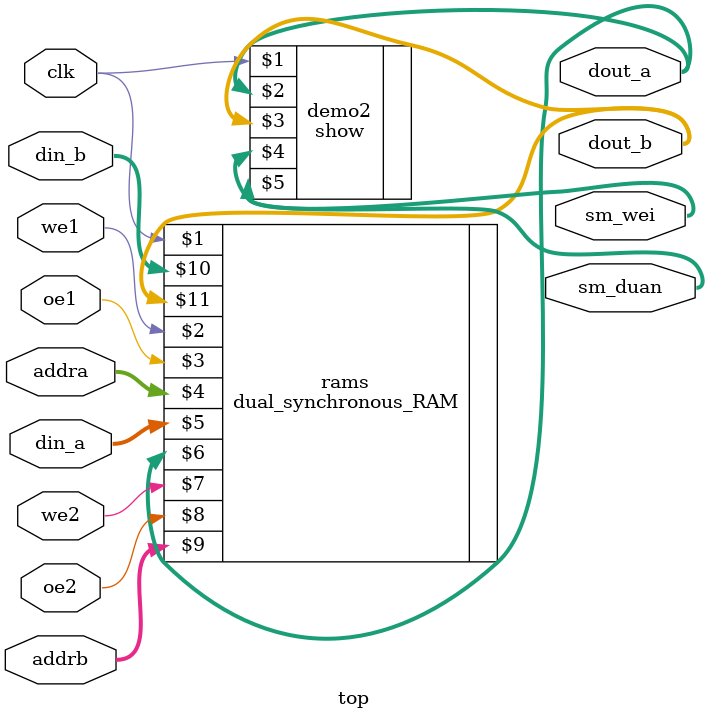
<source format=v>
`timescale 1ns / 1ps


module top(clk,we1,oe1,addra,din_a,dout_a,we2,oe2,addrb,din_b,dout_b,sm_duan,sm_wei);
input clk;
    input we1,oe1;
    input[3:0] addra;
    input[1:0] din_a;
    output [1:0] dout_a;
    
    input we2,oe2;
    input[3:0] addrb;
    input[1:0] din_b;
    output [1:0] dout_b;
    
     output[3:0]sm_wei;
     output[7:0]sm_duan;
    dual_synchronous_RAM rams(clk,we1,oe1,addra,din_a,dout_a,we2,oe2,addrb,din_b,dout_b);
    show demo2(clk,dout_a,dout_b,sm_wei,sm_duan);
endmodule

</source>
